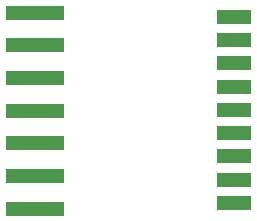
<source format=gbr>
G04 DipTrace 3.3.1.1*
G04 BottomPaste.gbr*
%MOIN*%
G04 #@! TF.FileFunction,Paste,Bot*
G04 #@! TF.Part,Single*
%ADD33R,0.11712X0.04712*%
%ADD43R,0.19212X0.04662*%
%FSLAX26Y26*%
G04*
G70*
G90*
G75*
G01*
G04 BotPaste*
%LPD*%
D43*
X500095Y479396D3*
Y588396D3*
Y697396D3*
Y806396D3*
Y915396D3*
Y1024396D3*
Y1133396D3*
D33*
X1162450Y1118700D3*
Y1041255D3*
Y963810D3*
Y886367D3*
Y808922D3*
Y731477D3*
Y654033D3*
Y576588D3*
Y499144D3*
M02*

</source>
